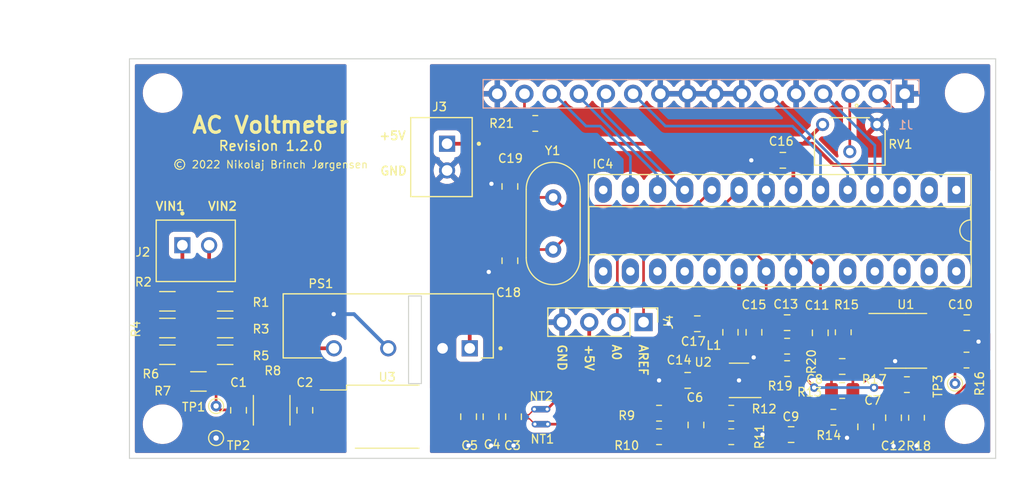
<source format=kicad_pcb>
(kicad_pcb (version 20211014) (generator pcbnew)
  (layers (0 "F.Cu" signal) (31 "B.Cu" signal) (34 "B.Paste" user) (35 "F.Paste" user) (36 "B.SilkS" user "B.Silkscreen") (37 "F.SilkS" user "F.Silkscreen") (38 "B.Mask" user) (39 "F.Mask" user) (44 "Edge.Cuts" user))
  (net 0 "")
  (net 1 "GND")
  (net 2 "VDC")
  (net 3 "Net-(C6-Pad1)")
  (net 4 "Net-(C6-Pad2)")
  (net 5 "Net-(C7-Pad1)")
  (net 6 "Net-(C8-Pad1)")
  (net 7 "Net-(C8-Pad2)")
  (net 8 "Net-(C9-Pad2)")
  (net 9 "A0")
  (net 10 "AREF")
  (net 11 "VIN1")
  (net 12 "Net-(R1-Pad2)")
  (net 13 "VIN2")
  (net 14 "Net-(R2-Pad2)")
  (net 15 "Net-(R3-Pad2)")
  (net 16 "Net-(R4-Pad2)")
  (net 17 "Net-(C18-Pad1)")
  (net 18 "Net-(C19-Pad1)")
  (net 19 "Net-(J1-Pad3)")
  (net 20 "Net-(IC4-Pad4)")
  (net 21 "Net-(IC4-Pad5)")
  (net 22 "Net-(J1-Pad15)")
  (net 31 "Net-(IC4-Pad6)")
  (net 34 "Net-(IC4-Pad12)")
  (net 36 "Net-(IC4-Pad13)")
  (net 40 "Net-(IC4-Pad11)")
  (net 41 "/GND1")
  (net 42 "/VDC1")
  (net 43 "/AVDC")
  (net 44 "Net-(R16-Pad2)")
  (net 45 "Net-(R17-Pad1)")
  (net 46 "Net-(R5-Pad2)")
  (net 47 "Net-(C12-Pad1)")
  (net 48 "Net-(NT1-Pad1)")
  (net 49 "Net-(NT1-Pad2)")
  (net 50 "Net-(NT2-Pad1)")
  (net 51 "Net-(NT2-Pad2)")
  (footprint "Resistor_SMD:R_0805_2012Metric_Pad1.20x1.40mm_HandSolder" (layer "F.Cu") (at 114.55 68.8 90)
    (fp_text reference "R15")
    (fp_text value "68" hide)
  )
  (footprint "Resistor_SMD:R_0805_2012Metric_Pad1.20x1.40mm_HandSolder" (layer "F.Cu") (at 121.4 76.8 -90)
    (fp_text reference "R18")
    (fp_text value "10k" hide)
  )
  (footprint "Resistor_SMD:R_1206_3216Metric_Pad1.30x1.75mm_HandSolder" (layer "F.Cu") (at 56.75 68.4)
    (fp_text reference "R3")
    (fp_text value "1M")
  )
  (footprint "Capacitor_SMD:C_0805_2012Metric_Pad1.18x1.45mm_HandSolder" (layer "F.Cu") (at 83.375 62.1 -90)
    (fp_text reference "C18")
    (fp_text value "22pF" hide)
  )
  (footprint "Capacitor_SMD:C_0805_2012Metric_Pad1.18x1.45mm_HandSolder" (layer "F.Cu") (at 112.4 68.85 90)
    (fp_text reference "C11")
    (fp_text value "0.1uF" hide)
  )
  (footprint "Resistor_SMD:R_0805_2012Metric_Pad1.20x1.40mm_HandSolder" (layer "F.Cu") (at 104.075 76.375)
    (fp_text reference "R11")
    (fp_text value "4.7k" hide)
  )
  (footprint "Resistor_SMD:R_0805_2012Metric_Pad1.20x1.40mm_HandSolder" (layer "F.Cu") (at 113.625 76.75 180)
    (fp_text reference "R14")
    (fp_text value "4.7k" hide)
  )
  (footprint "Resistor_SMD:R_1812_4532Metric_Pad1.30x3.40mm_HandSolder" (layer "F.Cu") (at 61.1 76.1 90)
    (fp_text reference "R8")
    (fp_text value "100")
  )
  (footprint "Resistor_SMD:R_0805_2012Metric_Pad1.20x1.40mm_HandSolder" (layer "F.Cu") (at 109.3 72.2 180)
    (fp_text reference "R19")
    (fp_text value "10k" hide)
  )
  (footprint "Resistor_SMD:R_0805_2012Metric_Pad1.20x1.40mm_HandSolder" (layer "F.Cu") (at 109.3 70.1 180)
    (fp_text reference "R20")
    (fp_text value "10" hide)
  )
  (footprint "Capacitor_SMD:C_0805_2012Metric_Pad1.18x1.45mm_HandSolder" (layer "F.Cu") (at 64.2 76.1 90)
    (fp_text reference "C2")
    (fp_text value "0.1uF" hide)
  )
  (footprint "Resistor_SMD:R_1206_3216Metric_Pad1.30x1.75mm_HandSolder" (layer "F.Cu") (at 51.35 65.9)
    (fp_text reference "R2")
    (fp_text value "1M")
  )
  (footprint "Package_TO_SOT_SMD:SOT-23-6_Handsoldering" (layer "F.Cu") (at 104.8 73.3 180)
    (fp_text reference "U2")
    (fp_text value "MCP1501-20xCH")
  )
  (footprint "Capacitor_SMD:C_0805_2012Metric_Pad1.18x1.45mm_HandSolder" (layer "F.Cu") (at 100.775 77.475 -90)
    (fp_text reference locked "C6")
    (fp_text value "220pF" hide)
  )
  (footprint "Resistor_SMD:R_0805_2012Metric_Pad1.20x1.40mm_HandSolder" (layer "F.Cu") (at 104.075 78.575)
    (fp_text reference "R12")
    (fp_text value "4.7k" hide)
  )
  (footprint "TestPoint:TestPoint_THTPad_D1.0mm_Drill0.5mm" (layer "F.Cu") (at 55.9 78.7)
    (fp_text reference "TP2")
    (fp_text value "TestPoint")
  )
  (footprint "Capacitor_SMD:C_0805_2012Metric_Pad1.18x1.45mm_HandSolder" (layer "F.Cu") (at 126.1 67.9 180)
    (fp_text reference "C10")
    (fp_text value "0.1uF" hide)
  )
  (footprint "MountingHole:MountingHole_2.7mm_M2.5_DIN965" (layer "F.Cu") (at 125.9 46.4)
    (fp_text reference "H2" hide)
    (fp_text value "MountingHole_Pad")
  )
  (footprint "Capacitor_SMD:C_0805_2012Metric_Pad1.18x1.45mm_HandSolder" (layer "F.Cu") (at 106.2 68.8 90)
    (fp_text reference "C15")
    (fp_text value "100nF" hide)
  )
  (footprint "Resistor_SMD:R_1206_3216Metric_Pad1.30x1.75mm_HandSolder" (layer "F.Cu") (at 51.35 70.9)
    (fp_text reference "R6")
    (fp_text value "1M")
  )
  (footprint "Resistor_SMD:R_1206_3216Metric_Pad1.30x1.75mm_HandSolder" (layer "F.Cu") (at 56.75 65.9 180)
    (fp_text reference "R1")
    (fp_text value "1M")
  )
  (footprint "Capacitor_SMD:C_0805_2012Metric_Pad1.18x1.45mm_HandSolder" (layer "F.Cu") (at 83.71302 76.7 90)
    (fp_text reference "C3")
    (fp_text value "4.7uF" hide)
  )
  (footprint "MountingHole:MountingHole_2.7mm_M2.5_DIN965" (layer "F.Cu") (at 50.9 77.4)
    (fp_text reference "H3" hide)
    (fp_text value "MountingHole_Pad")
  )
  (footprint "Resistor_SMD:R_0805_2012Metric_Pad1.20x1.40mm_HandSolder" (layer "F.Cu") (at 126.075 71.4 180)
    (fp_text reference "R16")
    (fp_text value "100" hide)
  )
  (footprint "Inductor_SMD:L_0805_2012Metric_Pad1.15x1.40mm_HandSolder" (layer "F.Cu") (at 104 68.8 90)
    (fp_text reference "L1")
    (fp_text value "10uH" hide)
  )
  (footprint "Resistor_SMD:R_0805_2012Metric_Pad1.20x1.40mm_HandSolder" (layer "F.Cu") (at 85.75 49.25)
    (fp_text reference "R21")
    (fp_text value "330" hide)
  )
  (footprint "B0505LS-1WR3:CONV_B0505LS-1WR3" (layer "F.Cu") (at 72 68.2 180)
    (fp_text reference "PS1")
    (fp_text value "B0505LS-1WR3" hide)
  )
  (footprint "Resistor_SMD:R_1206_3216Metric_Pad1.30x1.75mm_HandSolder" (layer "F.Cu") (at 51.35 68.4 180)
    (fp_text reference "R4")
    (fp_text value "1M")
  )
  (footprint "NetTie:NetTie-2_THT_Pad0.3mm" (layer "F.Cu") (at 85.71302 77.4)
    (fp_text reference "NT1")
    (fp_text value "NetTie_2")
  )
  (footprint "Connector_PinHeader_2.54mm:PinHeader_1x04_P2.54mm_Vertical" (layer "F.Cu") (at 95.875 67.85 -90)
    (fp_text reference "J4")
    (fp_text value "Conn_01x04_Male")
  )
  (footprint "Capacitor_SMD:C_0805_2012Metric_Pad1.18x1.45mm_HandSolder" (layer "F.Cu") (at 109.675 78.375)
    (fp_text reference "C9")
    (fp_text value "1nF" hide)
  )
  (footprint "TestPoint:TestPoint_THTPad_D1.0mm_Drill0.5mm" (layer "F.Cu") (at 55.9 75.7)
    (fp_text reference "TP1")
    (fp_text value "TestPoint")
  )
  (footprint "B2B-XH-A_LF__SN_:JST_B2B-XH-A(LF)(SN)" (layer "F.Cu") (at 54 60.65 180)
    (fp_text reference "J2")
    (fp_text value "B2B-XH-A(LF)(SN)")
  )
  (footprint "Resistor_SMD:R_0805_2012Metric_Pad1.20x1.40mm_HandSolder" (layer "F.Cu") (at 97.325 76.375)
    (fp_text reference "R9")
    (fp_text value "4.7k" hide)
  )
  (footprint "Capacitor_SMD:C_0805_2012Metric_Pad1.18x1.45mm_HandSolder" (layer "F.Cu") (at 100.9 68 180)
    (fp_text reference "C17")
    (fp_text value "100nF" hide)
  )
  (footprint "Capacitor_SMD:C_0805_2012Metric_Pad1.18x1.45mm_HandSolder" (layer "F.Cu") (at 58 76.1 90)
    (fp_text reference "C1")
    (fp_text value "10uF" hide)
  )
  (footprint "AMC1301DWVR:AMC1301DWVR" (layer "F.Cu") (at 71.9 76.7)
    (fp_text reference "U3")
    (fp_text value "AMC1301DWVR")
  )
  (footprint "64WR10KLF:64WR10KLF" (layer "F.Cu") (at 117.7 49.35 180)
    (fp_text reference "RV1")
    (fp_text value "10k" hide)
  )
  (footprint "TestPoint:TestPoint_THTPad_D1.0mm_Drill0.5mm" (layer "F.Cu") (at 125 73.6)
    (fp_text reference "TP3")
    (fp_text value "TestPoint")
  )
  (footprint "MountingHole:MountingHole_2.7mm_M2.5_DIN965" (layer "F.Cu") (at 125.9 77.4)
    (fp_text reference "H4" hide)
    (fp_text value "MountingHole_Pad")
  )
  (footprint "Capacitor_SMD:C_0805_2012Metric_Pad1.18x1.45mm_HandSolder" (layer "F.Cu") (at 119.25 76.8 -90)
    (fp_text reference "C12")
    (fp_text value "1nF" hide)
  )
  (footprint "Capacitor_SMD:C_0805_2012Metric_Pad1.18x1.45mm_HandSolder" (layer "F.Cu") (at 100 73.3)
    (fp_text reference "C14")
    (fp_text value "2.2uF" hide)
  )
  (footprint "Package_SO:SOIC-8_3.9x4.9mm_P1.27mm" (layer "F.Cu") (at 120.4 69.6)
    (fp_text reference "U1")
    (fp_text value "MCP6022")
  )
  (footprint "NetTie:NetTie-2_THT_Pad0.3mm" (layer "F.Cu") (at 85.66302 76)
    (fp_text reference "NT2")
    (fp_text value "NetTie_2")
  )
  (footprint "Capacitor_SMD:C_0805_2012Metric_Pad1.18x1.45mm_HandSolder" (layer "F.Cu") (at 114.45 72 180)
    (fp_text reference "C8")
    (fp_text value "220pF" hide)
  )
  (footprint "Resistor_SMD:R_0805_2012Metric_Pad1.20x1.40mm_HandSolder" (layer "F.Cu") (at 114.45 74.25 180)
    (fp_text reference "R13")
    (fp_text value "4.7k" hide)
  )
  (footprint "Capacitor_SMD:C_0805_2012Metric_Pad1.18x1.45mm_HandSolder" (layer "F.Cu") (at 108.9 52.7)
    (fp_text reference "C16")
    (fp_text value "100nF" hide)
  )
  (footprint "Capacitor_SMD:C_0805_2012Metric_Pad1.18x1.45mm_HandSolder" (layer "F.Cu") (at 109.3 67.9)
    (fp_text reference "C13")
    (fp_text value "2.2uF" hide)
  )
  (footprint "Crystal:Crystal_HC49-4H_Vertical" (layer "F.Cu") (at 87.425 56.175 -90)
    (fp_text reference "Y1")
    (fp_text value "16MHz" hide)
  )
  (footprint "Capacitor_SMD:C_0805_2012Metric_Pad1.18x1.45mm_HandSolder" (layer "F.Cu") (at 79.51302 76.7 90)
    (fp_text reference "C5")
    (fp_text value "0.1uF" hide)
  )
  (footprint "MountingHole:MountingHole_2.7mm_M2.5_DIN965" (layer "F.Cu") (at 50.9 46.4)
    (fp_text reference "H1" hide)
    (fp_text value "MountingHole_Pad")
  )
  (footprint "Resistor_SMD:R_1206_3216Metric_Pad1.30x1.75mm_HandSolder" (layer "F.Cu") (at 56.75 70.9 180)
    (fp_text reference "R5")
    (fp_text value "1M")
  )
  (footprint "Resistor_SMD:R_0805_2012Metric_Pad1.20x1.40mm_HandSolder" (layer "F.Cu") (at 120.5 73.7)
    (fp_text reference "R17")
    (fp_text value "10k" hide)
  )
  (footprint "Capacitor_SMD:C_0805_2012Metric_Pad1.18x1.45mm_HandSolder" (layer "F.Cu") (at 81.61302 76.7 90)
    (fp_text reference "C4")
    (fp_text value "4.7uF" hide)
  )
  (footprint "Capacitor_SMD:C_0805_2012Metric_Pad1.18x1.45mm_HandSolder" (layer "F.Cu") (at 83.375 55.15 90)
    (fp_text reference "C19")
    (fp_text value "22pF" hide)
  )
  (footprint "Package_DIP:DIP-28_W7.62mm_Socket_LongPads" (layer "F.Cu") (at 125.125 55.475 -90)
    (fp_text reference "IC4")
    (fp_text value "ATmega328-P" hide)
  )
  (footprint "Resistor_SMD:R_0805_2012Metric_Pad1.20x1.40mm_HandSolder" (layer "F.Cu") (at 97.325 78.575)
    (fp_text reference "R10")
    (fp_text value "4.7k" hide)
  )
  (footprint "B2B-XH-A_LF__SN_:JST_B2B-XH-A(LF)(SN)" (layer "F.Cu") (at 77.5 52.4 90)
    (fp_text reference "J3")
    (fp_text value "B2B-XH-A(LF)(SN)")
  )
  (footprint "Resistor_SMD:R_1206_3216Metric_Pad1.30x1.75mm_HandSolder" (layer "F.Cu") (at 54.25 73.4)
    (fp_text reference "R7")
    (fp_text value "2k")
  )
  (footprint "Capacitor_SMD:C_0805_2012Metric_Pad1.18x1.45mm_HandSolder" (layer "F.Cu") (at 116.65 77.65 -90)
    (fp_text reference "C7")
    (fp_text value "220pF" hide)
  )
  (footprint "Connector_PinSocket_2.54mm:PinSocket_1x16_P2.54mm_Vertical" (layer "B.Cu") (at 120.3 46.475 90)
    (fp_text reference locked "J1")
    (fp_text value "Conn_01x16_Female" hide)
  )
  (gr_line (start 128.8 43.2) (end 47.8 43.2) (layer "Edge.Cuts") (width 0.1))
  (gr_line (start 128.8 80.6) (end 47.8 80.6) (layer "Edge.Cuts") (width 0.1))
  (gr_line (start 128.8 80.6) (end 128.8 43.2) (layer "Edge.Cuts") (width 0.1))
  (gr_rect (start 73.9 65.4) (end 75.1 73.6) (layer "Edge.Cuts") (width 0.1) (fill none))
  (gr_line (start 47.8 43.2) (end 47.8 80.6) (layer "Edge.Cuts") (width 0.1))
  (gr_text "Revision 1.2.0" (at 61 51.35) (layer "F.SilkS") (effects (font (size 0.9 0.9))))
  (gr_text "VIN2" (at 56.5 57) (layer "F.SilkS") (effects (font (size 0.8 0.8))))
  (gr_text "A0" (at 93.35 70.67619 270) (layer "F.SilkS") (effects (font (size 0.8 0.8))))
  (gr_text "+5V" (at 72.4 50.4) (layer "F.SilkS") (effects (font (size 0.8 0.8))))
  (gr_text "AREF" (at 95.85 71.4 270) (layer "F.SilkS") (effects (font (size 0.8 0.8))))
  (gr_text "+5V" (at 90.8 71.171428 270) (layer "F.SilkS") (effects (font (size 0.8 0.8))))
  (gr_text "© 2022 Nikolaj Brinch Jørgensen" (at 61 53.1) (layer "F.SilkS") (effects (font (size 0.7 0.7) (thickness 0.1))))
  (gr_text "GND" (at 88.25 71.171428 270) (layer "F.SilkS") (effects (font (size 0.8 0.8))))
  (gr_text "AC Voltmeter" (at 61 49.4) (layer "F.SilkS") (effects (font (size 1.5 1.5) (thickness 0.3))))
  (gr_text "GND" (at 72.5 53.7) (layer "F.SilkS") (effects (font (size 0.8 0.8))))
  (gr_text "VIN1" (at 51.6 57) (layer "F.SilkS") (effects (font (size 0.8 0.8))))
  (segment (start 119.4 71.5) (end 117.705 71.5) (width 0.35) (layer "F.Cu") (net 1))
  (segment (start 77.349999 78.605) (end 78.64552 78.605) (width 0.35) (layer "F.Cu") (net 1))
  (segment (start 103.45 73.3) (end 106.15 73.3) (width 0.35) (layer "F.Cu") (net 1))
  (segment (start 78.64552 78.605) (end 79.51302 77.7375) (width 0.35) (layer "F.Cu") (net 1))
  (segment (start 79.51302 77.7375) (end 81.61302 77.7375) (width 0.35) (layer "F.Cu") (net 1))
  (segment (start 109.885 67.4475) (end 109.885 63.095) (width 0.35) (layer "F.Cu") (net 1))
  (segment (start 127.2 69.675) (end 127.2 67.9625) (width 0.35) (layer "F.Cu") (net 1))
  (segment (start 110.4125 67.9) (end 112.4 69.8875) (width 0.35) (layer "F.Cu") (net 1))
  (segment (start 110.3375 67.9) (end 109.885 67.4475) (width 0.35) (layer "F.Cu") (net 1))
  (via (at 121.4 79.425) (size 0.8) (drill 0.4) (layers "F.Cu" "B.Cu") (net 1))
  (via (at 81.4 63.15) (size 0.8) (drill 0.4) (layers "F.Cu" "B.Cu") (net 1))
  (via (at 107 78.375) (size 0.8) (drill 0.4) (layers "F.Cu" "B.Cu") (net 1))
  (via (at 119.4 71.5) (size 0.8) (drill 0.4) (layers "F.Cu" "B.Cu") (net 1))
  (via (at 98.225 68) (size 0.8) (drill 0.4) (layers "F.Cu" "B.Cu") (net 1))
  (via (at 119.25 79.45) (size 0.8) (drill 0.4) (layers "F.Cu" "B.Cu") (net 1))
  (via (at 114.9 78.675) (size 0.8) (drill 0.4) (layers "F.Cu" "B.Cu") (net 1))
  (via (at 81.61302 79.4) (size 0.8) (drill 0.4) (layers "F.Cu" "B.Cu") (net 1))
  (via (at 105.95 52.7) (size 0.8) (drill 0.4) (layers "F.Cu" "B.Cu") (net 1))
  (via (at 81.65 54.9) (size 0.8) (drill 0.4) (layers "F.Cu" "B.Cu") (net 1))
  (via (at 97.325 73.3) (size 0.8) (drill 0.4) (layers "F.Cu" "B.Cu") (net 1))
  (via (at 104.8 73.3) (size 0.8) (drill 0.4) (layers "F.Cu" "B.Cu") (net 1))
  (via (at 79.51302 79.4) (size 0.8) (drill 0.4) (layers "F.Cu" "B.Cu") (net 1))
  (via (at 127.2 69.675) (size 0.8) (drill 0.4) (layers "F.Cu" "B.Cu") (net 1))
  (via (at 106.175 71.15) (size 0.8) (drill 0.4) (layers "F.Cu" "B.Cu") (net 1))
  (via (at 83.71302 79.4) (size 0.8) (drill 0.4) (layers "F.Cu" "B.Cu") (net 1))
  (segment (start 99.9 72) (end 100.1375 72) (width 0.35) (layer "F.Cu") (net 2))
  (segment (start 101.1 73.2) (end 99.9 72) (width 0.35) (layer "F.Cu") (net 2))
  (segment (start 81.61302 75.6625) (end 83.71302 75.6625) (width 0.35) (layer "F.Cu") (net 2))
  (segment (start 79.62 55.08) (end 79.62 70.3) (width 0.35) (layer "F.Cu") (net 2))
  (segment (start 126.675 53.125) (end 127.375 53.825) (width 0.35) (layer "F.Cu") (net 2))
  (segment (start 123.1 67.695) (end 124.8575 67.695) (width 0.35) (layer "F.Cu") (net 2))
  (segment (start 113.625 53.125) (end 126.675 53.125) (width 0.35) (layer "F.Cu") (net 2))
  (segment (start 77.349999 74.795) (end 78.64552 74.795) (width 0.35) (layer "F.Cu") (net 2))
  (segment (start 117.76 46.475) (end 124.41 53.125) (width 0.35) (layer "F.Cu") (net 2))
  (segment (start 79.62 55.08) (end 83.55 51.15) (width 0.35) (layer "F.Cu") (net 2))
  (segment (start 102.2125 72.35) (end 103.45 72.35) (width 0.35) (layer "F.Cu") (net 2))
  (segment (start 108.3875 51.15) (end 111.65 51.15) (width 0.35) (layer "F.Cu") (net 2))
  (segment (start 86.75 49.25) (end 84.85 51.15) (width 0.35) (layer "F.Cu") (net 2))
  (segment (start 109.885 55.475) (end 109.885 52.7525) (width 0.35) (layer "F.Cu") (net 2))
  (segment (start 108.3875 51.15) (end 109.9375 52.7) (width 0.35) (layer "F.Cu") (net 2))
  (segment (start 90.795 70.705) (end 89.5 72) (width 0.35) (layer "F.Cu") (net 2))
  (segment (start 112.62 49.35) (end 110.82 51.15) (width 0.35) (layer "F.Cu") (net 2))
  (segment (start 111.65 51.15) (end 113.625 53.125) (width 0.35) (layer "F.Cu") (net 2))
  (segment (start 87.1 72) (end 99.9 72) (width 0.35) (layer "F.Cu") (net 2))
  (segment (start 101.1 73.4625) (end 102.2125 72.35) (width 0.35) (layer "F.Cu") (net 2))
  (segment (start 101.1 73.4625) (end 101.8875 74.25) (width 0.35) (layer "F.Cu") (net 2))
  (segment (start 85.1625 72) (end 87.1 72) (width 0.35) (layer "F.Cu") (net 2))
  (segment (start 100.1375 72) (end 102.3125 69.825) (width 0.35) (layer "F.Cu") (net 2))
  (segment (start 101.8875 74.25) (end 103.45 74.25) (width 0.35) (layer "F.Cu") (net 2))
  (segment (start 104 69.825) (end 102.3125 69.825) (width 0.35) (layer "F.Cu") (net 2))
  (segment (start 83.71302 75.38698) (end 87.1 72) (width 0.35) (layer "F.Cu") (net 2))
  (segment (start 77.5 51.15) (end 108.3875 51.15) (width 0.35) (layer "F.Cu") (net 2))
  (segment (start 127.375 53.825) (end 127.375 65.6875) (width 0.35) (layer "F.Cu") (net 2))
  (segment (start 79.51302 75.6625) (end 81.61302 75.6625) (width 0.35) (layer "F.Cu") (net 2))
  (segment (start 79.62 66.4575) (end 85.1625 72) (width 0.35) (layer "F.Cu") (net 2))
  (segment (start 90.795 67.85) (end 90.795 70.705) (width 0.35) (layer "F.Cu") (net 2))
  (segment (start 125.1625 67.9) (end 127.375 65.6875) (width 0.35) (layer "F.Cu") (net 2))
  (segment (start 78.64552 74.795) (end 79.51302 75.6625) (width 0.35) (layer "F.Cu") (net 2))
  (segment (start 100.775 76.4375) (end 103.0125 76.4375) (width 0.25) (layer "F.Cu") (net 3))
  (segment (start 98.325 76.375) (end 100.7125 76.375) (width 0.25) (layer "F.Cu") (net 3))
  (segment (start 100.775 78.5125) (end 103.0125 78.5125) (width 0.25) (layer "F.Cu") (net 4))
  (segment (start 100.775 78.5125) (end 98.3875 78.5125) (width 0.25) (layer "F.Cu") (net 4))
  (segment (start 112.625 76.72596) (end 113.62548 75.72548) (width 0.25) (layer "F.Cu") (net 5))
  (segment (start 120.57548 70.72548) (end 120.135 70.285) (width 0.25) (layer "F.Cu") (net 5))
  (segment (start 120.087973 74.72452) (end 120.57548 74.237013) (width 0.25) (layer "F.Cu") (net 5))
  (segment (start 115.76298 75.72548) (end 113.62548 75.72548) (width 0.25) (layer "F.Cu") (net 5))
  (segment (start 116.65 76.6125) (end 118.53798 74.72452) (width 0.25) (layer "F.Cu") (net 5))
  (segment (start 105.075 78.575) (end 106.6 77.05) (width 0.25) (layer "F.Cu") (net 5))
  (segment (start 118.53798 74.72452) (end 120.087973 74.72452) (width 0.25) (layer "F.Cu") (net 5))
  (segment (start 112.625 76.75) (end 110.875 76.75) (width 0.25) (layer "F.Cu") (net 5))
  (segment (start 116.65 76.6125) (end 115.76298 75.72548) (width 0.25) (layer "F.Cu") (net 5))
  (segment (start 120.135 70.285) (end 117.875 70.285) (width 0.25) (layer "F.Cu") (net 5))
  (segment (start 106.6 77.05) (end 110.575 77.05) (width 0.25) (layer "F.Cu") (net 5))
  (segment (start 120.57548 74.237013) (end 120.57548 70.72548) (width 0.25) (layer "F.Cu") (net 5))
  (segment (start 110.875 76.75) (end 110.575 77.05) (width 0.25) (layer "F.Cu") (net 5))
  (segment (start 116.864632 69.015) (end 117.875 69.015) (width 0.25) (layer "F.Cu") (net 6))
  (segment (start 116.57548 71.47452) (end 116.57548 69.304152) (width 0.25) (layer "F.Cu") (net 6))
  (segment (start 115.4875 72) (end 116.05 72) (width 0.25) (layer "F.Cu") (net 6))
  (segment (start 116.05 72) (end 116.57548 71.47452) (width 0.25) (layer "F.Cu") (net 6))
  (segment (start 116.57548 69.304152) (end 116.864632 69.015) (width 0.25) (layer "F.Cu") (net 6))
  (segment (start 105.075 76.375) (end 110.037506 76.375) (width 0.25) (layer "F.Cu") (net 6))
  (segment (start 110.037506 76.375) (end 111.136538 75.275969) (width 0.25) (layer "F.Cu") (net 6))
  (segment (start 114.424031 75.275969) (end 111.136538 75.275969) (width 0.25) (layer "F.Cu") (net 6))
  (segment (start 115.45 74.25) (end 115.45 72.0375) (width 0.25) (layer "F.Cu") (net 6))
  (segment (start 115.45 74.25) (end 114.424031 75.275969) (width 0.25) (layer "F.Cu") (net 6))
  (segment (start 116.125969 70.424031) (end 116.125969 68.774031) (width 0.25) (layer "F.Cu") (net 7))
  (segment (start 113.45 74.25) (end 113.45 72.0375) (width 0.25) (layer "F.Cu") (net 7))
  (segment (start 113.4125 71.8875) (end 114.45 70.85) (width 0.25) (layer "F.Cu") (net 7))
  (segment (start 114.55 69.8) (end 115.7 68.65) (width 0.25) (layer "F.Cu") (net 7))
  (segment (start 115.7 68.2) (end 116.155 67.745) (width 0.25) (layer "F.Cu") (net 7))
  (segment (start 114.45 70.85) (end 115.7 70.85) (width 0.25) (layer "F.Cu") (net 7))
  (segment (start 116.125969 68.774031) (end 117.155 67.745) (width 0.25) (layer "F.Cu") (net 7))
  (segment (start 116.155 67.745) (end 117.875 67.745) (width 0.25) (layer "F.Cu") (net 7))
  (segment (start 115.7 68.65) (end 115.7 68.2) (width 0.25) (layer "F.Cu") (net 7))
  (segment (start 115.7 70.85) (end 116.125969 70.424031) (width 0.25) (layer "F.Cu") (net 7))
  (segment (start 123.016036 76.75) (end 118.475 76.75) (width 0.25) (layer "F.Cu") (net 8))
  (segment (start 127.075 71.4) (end 127.075 72.691036) (width 0.25) (layer "F.Cu") (net 8))
  (segment (start 110.7125 78.375) (end 113 78.375) (width 0.25) (layer "F.Cu") (net 8))
  (segment (start 113 78.375) (end 114.625 76.75) (width 0.25) (layer "F.Cu") (net 8))
  (segment (start 127.075 72.691036) (end 123.016036 76.75) (width 0.25) (layer "F.Cu") (net 8))
  (segment (start 117.70048 77.52452) (end 115.39952 77.52452) (width 0.25) (layer "F.Cu") (net 8))
  (segment (start 115.39952 77.52452) (end 114.625 76.75) (width 0.25) (layer "F.Cu") (net 8))
  (segment (start 118.475 76.75) (end 117.70048 77.52452) (width 0.25) (layer "F.Cu") (net 8))
  (segment (start 112.425 63.095) (end 109.53 60.2) (width 0.25) (layer "F.Cu") (net 9))
  (segment (start 114.55 67.8) (end 112.425 65.675) (width 0.25) (layer "F.Cu") (net 9))
  (segment (start 112.425 67.7875) (end 112.425 65.775) (width 0.25) (layer "F.Cu") (net 9))
  (segment (start 112.425 65.775) (end 112.425 63.095) (width 0.25) (layer "F.Cu") (net 9))
  (segment (start 94.65 60.2) (end 93.425 61.425) (width 0.25) (layer "F.Cu") (net 9))
  (segment (start 109.53 60.2) (end 94.65 60.2) (width 0.25) (layer "F.Cu") (net 9))
  (segment (start 93.425 61.425) (end 93.425 67.76) (width 0.25) (layer "F.Cu") (net 9))
  (segment (start 105.575 60.65) (end 96.85 60.65) (width 0.25) (layer "F.Cu") (net 10))
  (segment (start 107.345 62.42) (end 105.575 60.65) (width 0.25) (layer "F.Cu") (net 10))
  (segment (start 108.2625 67.9) (end 108.2625 70.0625) (width 0.25) (layer "F.Cu") (net 10))
  (segment (start 96.85 60.65) (end 95.875 61.625) (width 0.25) (layer "F.Cu") (net 10))
  (segment (start 95.875 61.625) (end 95.875 67.85) (width 0.25) (layer "F.Cu") (net 10))
  (segment (start 107.345 66.9825) (end 107.345 63.095) (width 0.25) (layer "F.Cu") (net 10))
  (segment (start 108.2625 67.9) (end 107.345 66.9825) (width 0.25) (layer "F.Cu") (net 10))
  (segment (start 106.2 67.7625) (end 108.125 67.7625) (width 0.25) (layer "F.Cu") (net 10))
  (segment (start 58.3 65.9) (end 55.25 62.85) (width 0.35) (layer "F.Cu") (net 11))
  (segment (start 55.25 62.85) (end 55.25 60.65) (width 0.35) (layer "F.Cu") (net 11))
  (segment (start 55.2 65.9) (end 55.2 68.4) (width 0.35) (layer "F.Cu") (net 12))
  (segment (start 52.75 62.95) (end 52.75 60.65) (width 0.35) (layer "F.Cu") (net 13))
  (segment (start 49.8 65.9) (end 52.75 62.95) (width 0.35) (layer "F.Cu") (net 13))
  (segment (start 52.9 65.9) (end 52.9 68.4) (width 0.35) (layer "F.Cu") (net 14))
  (segment (start 58.3 68.4) (end 58.3 70.9) (width 0.35) (layer "F.Cu") (net 15))
  (segment (start 49.8 68.4) (end 49.8 70.9) (width 0.35) (layer "F.Cu") (net 16))
  (segment (start 87.425 61.055) (end 88.75451 59.72549) (width 0.25) (layer "F.Cu") (net 17))
  (segment (start 83.3825 61.055) (end 87.425 61.055) (width 0.25) (layer "F.Cu") (net 17))
  (segment (start 100.55451 59.72549) (end 104.805 55.475) (width 0.25) (layer "F.Cu") (net 17))
  (segment (start 88.75451 59.72549) (end 100.55451 59.72549) (width 0.25) (layer "F.Cu") (net 17))
  (segment (start 100.74048 56.99952) (end 102.265 55.475) (width 0.25) (layer "F.Cu") (net 18))
  (segment (start 87.425 56.175) (end 88.24952 56.99952) (width 0.25) (layer "F.Cu") (net 18))
  (segment (start 88.24952 56.99952) (end 100.74048 56.99952) (width 0.25) (layer "F.Cu") (net 18))
  (segment (start 83.3875 56.175) (end 87.425 56.175) (width 0.25) (layer "F.Cu") (net 18))
  (segment (start 115.16 51.89) (end 115.16 46.535) (width 0.25) (layer "F.Cu") (net 19))
  (segment (start 117.505 51.3) (end 112.68 46.475) (width 0.25) (layer "B.Cu") (net 20))
  (segment (start 117.505 55.475) (end 117.505 51.3) (width 0.25) (layer "B.Cu") (net 20))
  (segment (start 114.965 53.84) (end 114.965 55.475) (width 0.25) (layer "B.Cu") (net 21))
  (segment (start 107.6 46.475) (end 114.965 53.84) (width 0.25) (layer "B.Cu") (net 21))
  (segment (start 84.74 46.475) (end 84.74 49.24) (width 0.25) (layer "F.Cu") (net 22))
  (segment (start 112.425 55.475) (end 112.425 52.125) (width 0.25) (layer "B.Cu") (net 31))
  (segment (start 112.425 52.125) (end 109.8 49.5) (width 0.25) (layer "B.Cu") (net 31))
  (segment (start 109.8 49.5) (end 97.925 49.5) (width 0.25) (layer "B.Cu") (net 31))
  (segment (start 97.925 49.5) (end 94.9 46.475) (width 0.25) (layer "B.Cu") (net 31))
  (segment (start 97.185 54.085) (end 97.185 55.475) (width 0.25) (layer "B.Cu") (net 34))
  (segment (start 89.82 46.72) (end 97.185 54.085) (width 0.25) (layer "B.Cu") (net 34))
  (segment (start 91.825 49.5) (end 90.5 49.5) (width 0.25) (layer "B.Cu") (net 36))
  (segment (start 94.645 52.32) (end 91.825 49.5) (width 0.25) (layer "B.Cu") (net 36))
  (segment (start 94.645 55.475) (end 94.645 52.32) (width 0.25) (layer "B.Cu") (net 36))
  (segment (start 90.5 49.5) (end 87.475 46.475) (width 0.25) (layer "B.Cu") (net 36))
  (segment (start 92.025 46.475) (end 92.025 48.15) (width 0.25) (layer "B.Cu") (net 40))
  (segment (start 92.025 48.15) (end 99.35 55.475) (width 0.25) (layer "B.Cu") (net 40))
  (segment (start 52.7 73.4) (end 52.7 71.1) (width 0.35) (layer "F.Cu") (net 41))
  (segment (start 66.450001 77.335) (end 64.5025 77.335) (width 0.35) (layer "F.Cu") (net 41))
  (segment (start 52.7 75) (end 53.8 76.1) (width 0.35) (layer "F.Cu") (net 41))
  (segment (start 56.4375 78.7) (end 58 77.1375) (width 0.35) (layer "F.Cu") (net 41))
  (segment (start 55.9 78.7) (end 56.4375 78.7) (width 0.35) (layer "F.Cu") (net 41))
  (segment (start 61.1 78.325) (end 63.0125 78.325) (width 0.35) (layer "F.Cu") (net 41))
  (segment (start 54.8375 77.1375) (end 53.8 76.1) (width 0.35) (layer "F.Cu") (net 41))
  (segment (start 61.1 78.325) (end 59.1875 78.325) (width 0.35) (layer "F.Cu") (net 41))
  (segment (start 59.1875 78.325) (end 58 77.1375) (width 0.35) (layer "F.Cu") (net 41))
  (segment (start 52.7 73.4) (end 52.7 75) (width 0.35) (layer "F.Cu") (net 41))
  (segment (start 66.450001 78.605) (end 66.450001 77.335) (width 0.35) (layer "F.Cu") (net 41))
  (segment (start 58 77.1375) (end 54.8375 77.1375) (width 0.35) (layer "F.Cu") (net 41))
  (segment (start 63.0125 78.325) (end 64.2 77.1375) (width 0.35) (layer "F.Cu") (net 41))
  (via (at 66.9 67.1) (size 0.8) (drill 0.4) (layers "F.Cu" "B.Cu") (net 41))
  (segment (start 68.8 67.1) (end 72 70.3) (width 0.35) (layer "B.Cu") (net 41))
  (segment (start 66.9 67.1) (end 68.8 67.1) (width 0.35) (layer "B.Cu") (net 41))
  (segment (start 66.92 70.3) (end 61.3 70.3) (width 0.35) (layer "F.Cu") (net 42))
  (segment (start 63.0125 73.875) (end 64.2 75.0625) (width 0.35) (layer "F.Cu") (net 42))
  (segment (start 61.1 73.875) (end 63.0125 73.875) (width 0.35) (layer "F.Cu") (net 42))
  (segment (start 64.9675 74.795) (end 66.450001 74.795) (width 0.35) (layer "F.Cu") (net 42))
  (segment (start 58 75.0625) (end 58 73.6) (width 0.35) (layer "F.Cu") (net 42))
  (segment (start 58 73.6) (end 61.3 70.3) (width 0.35) (layer "F.Cu") (net 42))
  (segment (start 59.1875 73.875) (end 58 75.0625) (width 0.35) (layer "F.Cu") (net 42))
  (segment (start 61.1 73.875) (end 59.1875 73.875) (width 0.35) (layer "F.Cu") (net 42))
  (segment (start 104.805 66.97) (end 104.805 63.095) (width 0.35) (layer "F.Cu") (net 43))
  (segment (start 101.9375 68) (end 103.775 68) (width 0.35) (layer "F.Cu") (net 43))
  (segment (start 104 67.775) (end 104.805 66.97) (width 0.35) (layer "F.Cu") (net 43))
  (segment (start 123.96 70.285) (end 125.075 71.4) (width 0.25) (layer "F.Cu") (net 44))
  (segment (start 125 71.475) (end 125.075 71.4) (width 0.25) (layer "F.Cu") (net 44))
  (segment (start 125 73.6) (end 125 71.475) (width 0.25) (layer "F.Cu") (net 44))
  (segment (start 122.825 69.015) (end 122.825 70.285) (width 0.25) (layer "F.Cu") (net 44))
  (segment (start 122.825 70.285) (end 123.96 70.285) (width 0.25) (layer "F.Cu") (net 44))
  (segment (start 117.425 73.975) (end 119.225 73.975) (width 0.25) (layer "F.Cu") (net 45))
  (segment (start 106.15 74.25) (end 109.65 74.25) (width 0.25) (layer "F.Cu") (net 45))
  (segment (start 110.3 72.2) (end 111.825 73.975) (width 0.25) (layer "F.Cu") (net 45))
  (segment (start 109.65 74.25) (end 110.3 73.6) (width 0.25) (layer "F.Cu") (net 45))
  (segment (start 110.3 73.6) (end 110.3 72.2) (width 0.25) (layer "F.Cu") (net 45))
  (segment (start 110.3 72.2) (end 110.3 70.1) (width 0.25) (layer "F.Cu") (net 45))
  (via (at 111.825 73.975) (size 0.8) (drill 0.4) (layers "F.Cu" "B.Cu") (net 45))
  (via (at 117.425 73.975) (size 0.8) (drill 0.4) (layers "F.Cu" "B.Cu") (net 45))
  (segment (start 111.825 73.975) (end 117.425 73.975) (width 0.25) (layer "B.Cu") (net 45))
  (segment (start 55.2 70.9) (end 55.2 72.8) (width 0.35) (layer "F.Cu") (net 46))
  (segment (start 56.265 76.065) (end 66.450001 76.065) (width 0.25) (layer "F.Cu") (net 46))
  (segment (start 55.9 75.7) (end 55.9 73.5) (width 0.25) (layer "F.Cu") (net 46))
  (segment (start 55.9 75.7) (end 56.265 76.065) (width 0.25) (layer "F.Cu") (net 46))
  (segment (start 55.2 72.8) (end 55.8 73.4) (width 0.35) (layer "F.Cu") (net 46))
  (segment (start 121.4 75.8) (end 122.825 74.375) (width 0.25) (layer "F.Cu") (net 47))
  (segment (start 119.685697 75.7625) (end 121.5 73.948197) (width 0.25) (layer "F.Cu") (net 47))
  (segment (start 122.825 74.375) (end 122.825 71.555) (width 0.25) (layer "F.Cu") (net 47))
  (segment (start 119.25 75.7625) (end 121.3625 75.7625) (width 0.25) (layer "F.Cu") (net 47))
  (segment (start 85.2 76.88698) (end 77.798019 76.88698) (width 0.127) (layer "F.Cu") (net 48))
  (segment (start 77.798019 76.88698) (end 77.349999 77.335) (width 0.127) (layer "F.Cu") (net 48))
  (segment (start 85.71302 77.4) (end 85.2 76.88698) (width 0.127) (layer "F.Cu") (net 48))
  (segment (start 95.3 77.4) (end 96.325 76.375) (width 0.25) (layer "F.Cu") (net 49))
  (segment (start 86.91302 77.4) (end 95.3 77.4) (width 0.25) (layer "F.Cu") (net 49))
  (segment (start 77.798019 76.51302) (end 85.15 76.51302) (width 0.127) (layer "F.Cu") (net 50))
  (segment (start 85.15 76.51302) (end 85.66302 76) (width 0.127) (layer "F.Cu") (net 50))
  (segment (start 77.349999 76.065) (end 77.798019 76.51302) (width 0.127) (layer "F.Cu") (net 50))
  (segment (start 86.86302 76) (end 87.66302 75.2) (width 0.25) (layer "F.Cu") (net 51))
  (segment (start 97.24952 75.687027) (end 97.24952 77.65048) (width 0.25) (layer "F.Cu") (net 51))
  (segment (start 87.66302 75.2) (end 96.762493 75.2) (width 0.25) (layer "F.Cu") (net 51))
  (segment (start 96.762492 75.2) (end 97.24952 75.687027) (width 0.25) (layer "F.Cu") (net 51))
  (segment (start 97.24952 77.65048) (end 96.325 78.575) (width 0.25) (layer "F.Cu") (net 51))
  (zone (net 1) (net_name "GND") (layers F&B.Cu) (connect_pads (clearance 0.508)) (min_thickness 0.254) (fill yes (thermal_gap 0.508) (thermal_bridge_width 0.508))
    (polygon (pts (xy 128.8 80.6) (xy 75.9 80.6) (xy 75.9 43.2) (xy 128.8 43.2)))
  )
  (zone (net 41) (net_name "/GND1") (layers F&B.Cu) (connect_pads (clearance 0.508)) (min_thickness 0.254) (fill yes (thermal_gap 0.508) (thermal_bridge_width 0.508))
    (polygon (pts (xy 68.1 80.6) (xy 47.8 80.6) (xy 47.8 43.2) (xy 68.1 43.2)))
  )
)
</source>
